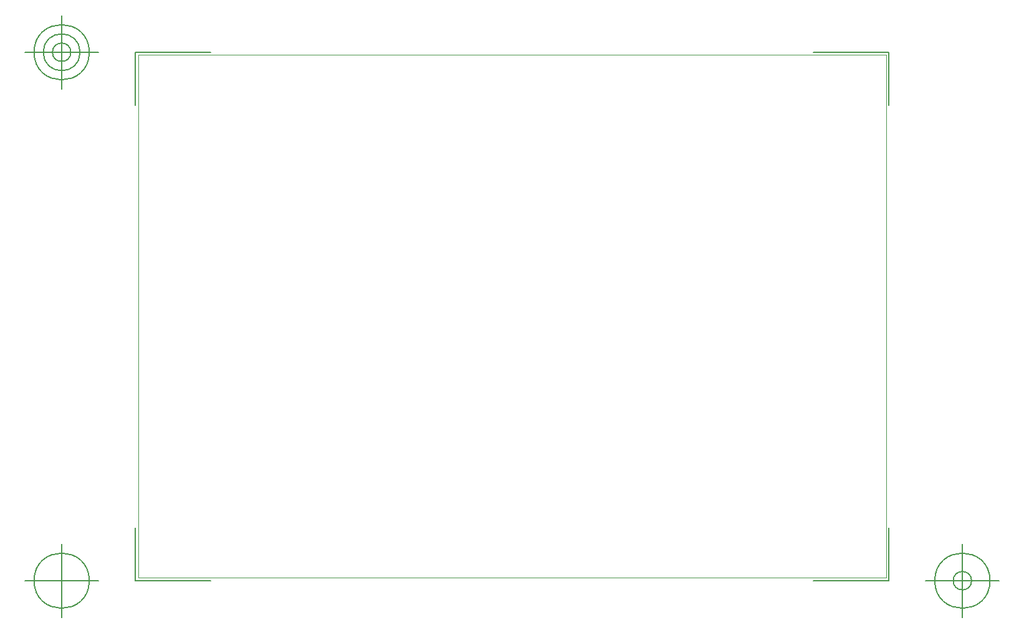
<source format=gbr>
G04 Generated by Ultiboard 13.0 *
%FSLAX25Y25*%
%MOIN*%

%ADD11C,0.00004*%
%ADD12C,0.00500*%


G04 ColorRGB 00FFFF for the following layer *
%LNBoard Outline*%
%LPD*%
G54D10*
G54D11*
X0Y0D02*
X400000Y0D01*
X400000Y280000D01*
X0Y280000D01*
X0Y0D01*
G54D12*
X-1500Y-1500D02*
X-1500Y26800D01*
X-1500Y-1500D02*
X38800Y-1500D01*
X401500Y-1500D02*
X361200Y-1500D01*
X401500Y-1500D02*
X401500Y26800D01*
X401500Y281500D02*
X401500Y253200D01*
X401500Y281500D02*
X361200Y281500D01*
X-1500Y281500D02*
X38800Y281500D01*
X-1500Y281500D02*
X-1500Y253200D01*
X-21185Y-1500D02*
X-60555Y-1500D01*
X-40870Y-21185D02*
X-40870Y18185D01*
X-55634Y-1500D02*
G75*
D01*
G02X-55634Y-1500I14764J0*
G01*
X421185Y-1500D02*
X460555Y-1500D01*
X440870Y-21185D02*
X440870Y18185D01*
X426106Y-1500D02*
G75*
D01*
G02X426106Y-1500I14764J0*
G01*
X435949Y-1500D02*
G75*
D01*
G02X435949Y-1500I4921J0*
G01*
X-21185Y281500D02*
X-60555Y281500D01*
X-40870Y261815D02*
X-40870Y301185D01*
X-55634Y281500D02*
G75*
D01*
G02X-55634Y281500I14764J0*
G01*
X-50713Y281500D02*
G75*
D01*
G02X-50713Y281500I9843J0*
G01*
X-45791Y281500D02*
G75*
D01*
G02X-45791Y281500I4921J0*
G01*

M02*

</source>
